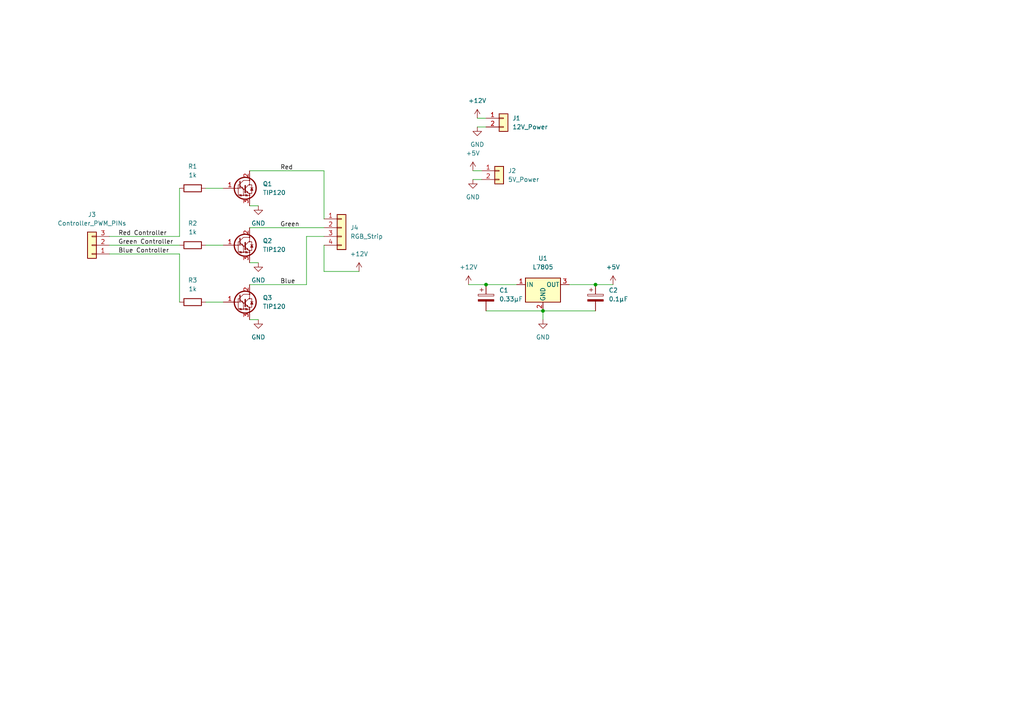
<source format=kicad_sch>
(kicad_sch (version 20211123) (generator eeschema)
  (paper "A4")
  (lib_symbols
    (symbol "Connector_Generic:Conn_01x02" (pin_names (offset 1.016) hide)
      (property "Reference" "J" (at 0 2.54 0))
      (property "Value" "Conn_01x02" (at 0 -5.08 0))
      (symbol "Conn_01x02_1_1"
        (rectangle (start -1.27 -2.413) (end 0 -2.667) (stroke (width 0.1524)))
        (rectangle (start -1.27 0.127) (end 0 -0.127) (stroke (width 0.1524)))
        (rectangle (start -1.27 1.27) (end 1.27 -3.81) (stroke (width 0.254)) (fill (type background)))
        (pin passive line (at -5.08 0 0) (length 3.81) (name "Pin_1") (number "1"))
        (pin passive line (at -5.08 -2.54 0) (length 3.81) (name "Pin_2") (number "2"))
      )
    )
    (symbol "Connector_Generic:Conn_01x03" (pin_names (offset 1.016) hide)
      (property "Reference" "J" (at 0 5.08 0))
      (property "Value" "Conn_01x03" (at 0 -5.08 0))
      (symbol "Conn_01x03_1_1"
        (rectangle (start -1.27 -2.413) (end 0 -2.667) (stroke (width 0.1524)))
        (rectangle (start -1.27 0.127) (end 0 -0.127) (stroke (width 0.1524)))
        (rectangle (start -1.27 2.667) (end 0 2.413) (stroke (width 0.1524)))
        (rectangle (start -1.27 3.81) (end 1.27 -3.81) (stroke (width 0.254)) (fill (type background)))
        (pin passive line (at -5.08 2.54 0) (length 3.81) (name "Pin_1") (number "1"))
        (pin passive line (at -5.08 0 0) (length 3.81) (name "Pin_2") (number "2"))
        (pin passive line (at -5.08 -2.54 0) (length 3.81) (name "Pin_3") (number "3"))
      )
    )
    (symbol "Connector_Generic:Conn_01x04" (pin_names (offset 1.016) hide)
      (property "Reference" "J" (at 0 5.08 0))
      (property "Value" "Conn_01x04" (at 0 -7.62 0))
      (symbol "Conn_01x04_1_1"
        (rectangle (start -1.27 -4.953) (end 0 -5.207) (stroke (width 0.1524)))
        (rectangle (start -1.27 -2.413) (end 0 -2.667) (stroke (width 0.1524)))
        (rectangle (start -1.27 0.127) (end 0 -0.127) (stroke (width 0.1524)))
        (rectangle (start -1.27 2.667) (end 0 2.413) (stroke (width 0.1524)))
        (rectangle (start -1.27 3.81) (end 1.27 -6.35) (stroke (width 0.254)) (fill (type background)))
        (pin passive line (at -5.08 2.54 0) (length 3.81) (name "Pin_1") (number "1"))
        (pin passive line (at -5.08 0 0) (length 3.81) (name "Pin_2") (number "2"))
        (pin passive line (at -5.08 -2.54 0) (length 3.81) (name "Pin_3") (number "3"))
        (pin passive line (at -5.08 -5.08 0) (length 3.81) (name "Pin_4") (number "4"))
      )
    )
    (symbol "Device:C_Polarized" (pin_numbers hide) (pin_names (offset 0.254))
      (property "Reference" "C" (at 0.635 2.54 0))
      (property "Value" "C_Polarized" (at 0.635 -2.54 0))
      (symbol "C_Polarized_0_1"
        (rectangle (start -2.286 0.508) (end 2.286 1.016))
        (polyline (pts (xy -1.778 2.286) (xy -0.762 2.286)))
        (polyline (pts (xy -1.27 2.794) (xy -1.27 1.778)))
        (rectangle (start 2.286 -0.508) (end -2.286 -1.016) (fill (type outline)))
      )
      (symbol "C_Polarized_1_1"
        (pin passive line (at 0 3.81 270) (length 2.794) (name "~") (number "1"))
        (pin passive line (at 0 -3.81 90) (length 2.794) (name "~") (number "2"))
      )
    )
    (symbol "Device:R" (pin_numbers hide) (pin_names (offset 0))
      (property "Reference" "R" (at 2.032 0 90))
      (property "Value" "R" (at 0 0 90))
      (symbol "R_0_1"
        (rectangle (start -1.016 -2.54) (end 1.016 2.54) (stroke (width 0.254)))
      )
      (symbol "R_1_1"
        (pin passive line (at 0 3.81 270) (length 1.27) (name "~") (number "1"))
        (pin passive line (at 0 -3.81 90) (length 1.27) (name "~") (number "2"))
      )
    )
    (symbol "Regulator_Linear:L7805" (pin_names (offset 0.254))
      (property "Reference" "U" (at -3.81 3.175 0))
      (property "Value" "L7805" (at 0 3.175 0))
      (symbol "L7805_0_1"
        (rectangle (start -5.08 1.905) (end 5.08 -5.08) (stroke (width 0.254)) (fill (type background)))
      )
      (symbol "L7805_1_1"
        (pin power_in line (at -7.62 0 0) (length 2.54) (name "IN") (number "1"))
        (pin power_in line (at 0 -7.62 90) (length 2.54) (name "GND") (number "2"))
        (pin power_out line (at 7.62 0 180) (length 2.54) (name "OUT") (number "3"))
      )
    )
    (symbol "Transistor_BJT:TIP120" (pin_names (offset 0) hide)
      (property "Reference" "Q" (at 5.08 1.905 0))
      (property "Value" "TIP120" (at 5.08 0 0))
      (symbol "TIP120_0_1"
        (circle (center -0.762 0) (radius 0.127))
        (polyline (pts (xy -1.27 0) (xy -0.889 0)))
        (polyline (pts (xy 2.54 -2.032) (xy 2.54 -2.54)))
        (polyline (pts (xy 2.54 -1.524) (xy 3.175 -1.524)))
        (polyline (pts (xy 2.794 0.127) (xy 3.556 0.127)))
        (polyline (pts (xy 3.175 -0.635) (xy 3.175 -1.524)))
        (polyline (pts (xy 3.175 1.016) (xy 2.54 1.016)))
        (polyline (pts (xy 3.175 1.016) (xy 3.175 0.127)))
        (polyline (pts (xy -0.254 0.762) (xy 0.762 -0.254) (xy 1.27 -0.254)))
        (polyline (pts (xy -0.254 1.016) (xy -0.762 1.016) (xy -0.762 -2.032)))
        (polyline (pts (xy -0.254 1.27) (xy 0.762 2.286) (xy 2.54 2.286)))
        (polyline (pts (xy -0.254 2.032) (xy -0.254 0) (xy -0.254 0)) (stroke (width 0.3048)))
        (polyline (pts (xy 1.27 0.762) (xy 1.27 -1.27) (xy 1.27 -1.27)) (stroke (width 0.381)))
        (polyline (pts (xy 0.635 -0.127) (xy 0.381 0.381) (xy 0.127 0.127) (xy 0.635 -0.127)))
        (polyline (pts (xy 1.27 -0.508) (xy 2.286 -1.524) (xy 2.54 -1.524) (xy 2.54 -2.032)))
        (polyline (pts (xy 1.27 0) (xy 2.286 1.016) (xy 2.54 1.016) (xy 2.54 2.286)))
        (polyline (pts (xy 2.159 -1.397) (xy 1.905 -0.889) (xy 1.651 -1.143) (xy 2.159 -1.397)))
        (polyline (pts (xy 3.175 0.127) (xy 2.794 -0.635) (xy 3.556 -0.635) (xy 3.175 0.127)) (fill (type outline)))
        (polyline (pts (xy 0.762 -2.032) (xy 0.381 -2.032) (xy 0.254 -2.286) (xy 0.127 -1.778) (xy 0 -2.286) (xy -0.127 -1.778) (xy -0.254 -2.286) (xy -0.381 -1.778) (xy -0.508 -2.032) (xy -0.762 -2.032)))
        (polyline (pts (xy 0.762 -0.254) (xy 0.762 -2.032) (xy 1.143 -2.032) (xy 1.27 -1.778) (xy 1.397 -2.286) (xy 1.524 -1.778) (xy 1.651 -2.286) (xy 1.778 -1.778) (xy 1.905 -2.286) (xy 2.032 -2.032) (xy 2.54 -2.032)))
        (circle (center 0.762 -2.032) (radius 0.127))
        (circle (center 0.762 -0.254) (radius 0.127))
        (circle (center 1.27 0) (radius 3.175) (stroke (width 0.3556)))
        (circle (center 2.54 -2.032) (radius 0.127))
        (circle (center 2.54 -1.524) (radius 0.127))
        (circle (center 2.54 1.016) (radius 0.127))
        (circle (center 2.54 2.286) (radius 0.127))
      )
      (symbol "TIP120_1_1"
        (pin input line (at -5.08 0 0) (length 3.81) (name "B") (number "1"))
        (pin passive line (at 2.54 5.08 270) (length 2.667) (name "C") (number "2"))
        (pin passive line (at 2.54 -5.08 90) (length 2.54) (name "E") (number "3"))
      )
    )
    (symbol "power:+12V" (power) (pin_names (offset 0))
      (property "Value" "+12V" (at 0 3.556 0))
      (symbol "+12V_0_1"
        (polyline (pts (xy -0.762 1.27) (xy 0 2.54)))
        (polyline (pts (xy 0 0) (xy 0 2.54)))
        (polyline (pts (xy 0 2.54) (xy 0.762 1.27)))
      )
      (symbol "+12V_1_1"
        (pin power_in line (at 0 0 90) (length 0) hide (name "+12V") (number "1"))
      )
    )
    (symbol "power:+5V" (power) (pin_names (offset 0))
      (property "Value" "+5V" (at 0 3.556 0))
      (symbol "+5V_0_1"
        (polyline (pts (xy -0.762 1.27) (xy 0 2.54)))
        (polyline (pts (xy 0 0) (xy 0 2.54)))
        (polyline (pts (xy 0 2.54) (xy 0.762 1.27)))
      )
      (symbol "+5V_1_1"
        (pin power_in line (at 0 0 90) (length 0) hide (name "+5V") (number "1"))
      )
    )
    (symbol "power:GND" (power) (pin_names (offset 0))
      (property "Value" "GND" (at 0 -3.81 0))
      (symbol "GND_0_1"
        (polyline (pts (xy 0 0) (xy 0 -1.27) (xy 1.27 -1.27) (xy 0 -2.54) (xy -1.27 -1.27) (xy 0 -1.27)))
      )
      (symbol "GND_1_1"
        (pin power_in line (at 0 0 270) (length 0) hide (name "GND") (number "1"))
      )
    )
  )
  (junction (at 140.97 82.55))
  (junction (at 157.48 90.17))
  (junction (at 172.72 82.55))
  (wire (pts (xy 165.1 82.55) (xy 172.72 82.55)))
  (wire (pts (xy 88.9 68.58) (xy 93.98 68.58)))
  (wire (pts (xy 172.72 82.55) (xy 177.8 82.55)))
  (wire (pts (xy 93.98 71.12) (xy 93.98 78.74)))
  (wire (pts (xy 72.39 59.69) (xy 74.93 59.69)))
  (wire (pts (xy 135.89 82.55) (xy 140.97 82.55)))
  (wire (pts (xy 72.39 82.55) (xy 88.9 82.55)))
  (wire (pts (xy 157.48 90.17) (xy 172.72 90.17)))
  (wire (pts (xy 138.43 34.29) (xy 140.97 34.29)))
  (wire (pts (xy 59.69 87.63) (xy 64.77 87.63)))
  (wire (pts (xy 138.43 36.83) (xy 140.97 36.83)))
  (wire (pts (xy 72.39 49.53) (xy 93.98 49.53)))
  (wire (pts (xy 140.97 90.17) (xy 157.48 90.17)))
  (wire (pts (xy 157.48 90.17) (xy 157.48 92.71)))
  (wire (pts (xy 88.9 82.55) (xy 88.9 68.58)))
  (wire (pts (xy 52.07 68.58) (xy 52.07 54.61)))
  (wire (pts (xy 72.39 76.2) (xy 74.93 76.2)))
  (wire (pts (xy 137.16 52.07) (xy 139.7 52.07)))
  (wire (pts (xy 59.69 71.12) (xy 64.77 71.12)))
  (wire (pts (xy 72.39 92.71) (xy 74.93 92.71)))
  (wire (pts (xy 31.75 68.58) (xy 52.07 68.58)))
  (wire (pts (xy 31.75 71.12) (xy 52.07 71.12)))
  (wire (pts (xy 140.97 82.55) (xy 149.86 82.55)))
  (wire (pts (xy 31.75 73.66) (xy 52.07 73.66)))
  (wire (pts (xy 137.16 49.53) (xy 139.7 49.53)))
  (wire (pts (xy 52.07 73.66) (xy 52.07 87.63)))
  (wire (pts (xy 59.69 54.61) (xy 64.77 54.61)))
  (wire (pts (xy 93.98 78.74) (xy 104.14 78.74)))
  (wire (pts (xy 72.39 66.04) (xy 93.98 66.04)))
  (wire (pts (xy 93.98 49.53) (xy 93.98 63.5)))
  (label "Green Controller" (at 34.29 71.12 0))
  (label "Red" (at 81.28 49.53 0))
  (label "Blue" (at 81.28 82.55 0))
  (label "Blue Controller" (at 34.29 73.66 0))
  (label "Red Controller" (at 34.29 68.58 0))
  (label "Green" (at 81.28 66.04 0))
  (symbol (lib_id "Transistor_BJT:TIP120") (at 69.85 87.63 0) (unit 1)
    (property "Reference" "Q3" (at 76.2 86.3599 0) (effects (justify left)))
    (property "Value" "TIP120" (at 76.2 88.8999 0) (effects (justify left)))
    (property "Footprint" "Package_TO_SOT_THT:TO-220-3_Vertical" (effects hide))
    (property "Datasheet" "https://www.onsemi.com/pub/Collateral/TIP120-D.PDF" (effects hide))
  )
  (symbol (lib_id "Connector_Generic:Conn_01x02") (at 146.05 34.29 0) (unit 1)
    (property "Reference" "J1" (at 148.59 34.2899 0) (effects (justify left)))
    (property "Value" "12V_Power" (at 148.59 36.8299 0) (effects (justify left)))
    (property "Footprint" "Connector_Reichelt:Connector CTB1202_2BK" (effects hide))
    (property "Datasheet" "https://www.farnell.com/datasheets/2866642.pdf" (effects hide))
  )
  (symbol (lib_id "Device:R") (at 55.88 87.63 90) (unit 1)
    (property "Reference" "R3" (at 55.88 81.28 90))
    (property "Value" "1k" (at 55.88 83.82 90))
    (property "Footprint" "Resistor_THT:R_Axial_DIN0207_L6.3mm_D2.5mm_P15.24mm_Horizontal" (effects hide))
  )
  (symbol (lib_id "Transistor_BJT:TIP120") (at 69.85 54.61 0) (unit 1)
    (property "Reference" "Q1" (at 76.2 53.3399 0) (effects (justify left)))
    (property "Value" "TIP120" (at 76.2 55.8799 0) (effects (justify left)))
    (property "Footprint" "Package_TO_SOT_THT:TO-220-3_Vertical" (effects hide))
    (property "Datasheet" "https://www.onsemi.com/pub/Collateral/TIP120-D.PDF" (effects hide))
  )
  (symbol (lib_id "Device:C_Polarized") (at 140.97 86.36 0) (unit 1)
    (property "Reference" "C1" (at 144.78 84.2009 0) (effects (justify left)))
    (property "Value" "0.33µF" (at 144.78 86.7409 0) (effects (justify left)))
    (property "Footprint" "Capacitor_THT:CP_Radial_Tantal_D4.5mm_P5.00mm" (effects hide))
  )
  (symbol (lib_id "power:+5V") (at 177.8 82.55 0) (unit 1)
    (property "Reference" "#PWR0105" (effects hide))
    (property "Value" "+5V" (at 177.8 77.47 0))
  )
  (symbol (lib_id "power:GND") (at 137.16 52.07 0) (unit 1)
    (property "Reference" "#PWR0102" (effects hide))
    (property "Value" "GND" (at 137.16 57.15 0))
  )
  (symbol (lib_id "power:GND") (at 157.48 92.71 0) (unit 1)
    (property "Reference" "#PWR0101" (effects hide))
    (property "Value" "GND" (at 157.48 97.79 0))
  )
  (symbol (lib_id "Transistor_BJT:TIP120") (at 69.85 71.12 0) (unit 1)
    (property "Reference" "Q2" (at 76.2 69.8499 0) (effects (justify left)))
    (property "Value" "TIP120" (at 76.2 72.3899 0) (effects (justify left)))
    (property "Footprint" "Package_TO_SOT_THT:TO-220-3_Vertical" (effects hide))
    (property "Datasheet" "https://www.onsemi.com/pub/Collateral/TIP120-D.PDF" (effects hide))
  )
  (symbol (lib_id "power:+12V") (at 138.43 34.29 0) (unit 1)
    (property "Reference" "#PWR0108" (effects hide))
    (property "Value" "+12V" (at 138.43 29.21 0))
  )
  (symbol (lib_id "power:+5V") (at 137.16 49.53 0) (unit 1)
    (property "Reference" "#PWR0106" (effects hide))
    (property "Value" "+5V" (at 137.16 44.45 0))
  )
  (symbol (lib_id "power:GND") (at 74.93 76.2 0) (unit 1)
    (property "Reference" "#PWR0111" (effects hide))
    (property "Value" "GND" (at 74.93 81.28 0))
  )
  (symbol (lib_id "power:GND") (at 74.93 59.69 0) (unit 1)
    (property "Reference" "#PWR0110" (effects hide))
    (property "Value" "GND" (at 74.93 64.77 0))
  )
  (symbol (lib_id "Connector_Generic:Conn_01x03") (at 26.67 71.12 180) (unit 1)
    (property "Reference" "J3" (at 26.67 62.23 0))
    (property "Value" "Controller_PWM_PINs" (at 26.67 64.77 0))
    (property "Footprint" "Connector_PinHeader_2.54mm:PinHeader_1x03_P2.54mm_Horizontal" (effects hide))
    (property "Datasheet" "https://www.farnell.com/datasheets/2977292.pdf" (effects hide))
  )
  (symbol (lib_id "Connector_Generic:Conn_01x02") (at 144.78 49.53 0) (unit 1)
    (property "Reference" "J2" (at 147.32 49.5299 0) (effects (justify left)))
    (property "Value" "5V_Power" (at 147.32 52.0699 0) (effects (justify left)))
    (property "Footprint" "Connector_PinHeader_2.54mm:PinHeader_1x02_P2.54mm_Horizontal" (effects hide))
    (property "Datasheet" "https://www.farnell.com/datasheets/2977292.pdf" (effects hide))
  )
  (symbol (lib_id "Device:C_Polarized") (at 172.72 86.36 0) (unit 1)
    (property "Reference" "C2" (at 176.53 84.2009 0) (effects (justify left)))
    (property "Value" "0.1µF" (at 176.53 86.7409 0) (effects (justify left)))
    (property "Footprint" "Capacitor_THT:CP_Radial_Tantal_D4.5mm_P5.00mm" (effects hide))
  )
  (symbol (lib_id "Regulator_Linear:L7805") (at 157.48 82.55 0) (unit 1)
    (property "Reference" "U1" (at 157.48 74.93 0))
    (property "Value" "L7805" (at 157.48 77.47 0))
    (property "Footprint" "Package_TO_SOT_SMD:TO-252-3_TabPin2" (effects hide))
    (property "Datasheet" "http://www.st.com/content/ccc/resource/technical/document/datasheet/41/4f/b3/b0/12/d4/47/88/CD00000444.pdf/files/CD00000444.pdf/jcr:content/translations/en.CD00000444.pdf" (effects hide))
  )
  (symbol (lib_id "power:+12V") (at 104.14 78.74 0) (unit 1)
    (property "Reference" "#PWR0104" (effects hide))
    (property "Value" "+12V" (at 104.14 73.66 0))
  )
  (symbol (lib_id "Device:R") (at 55.88 54.61 90) (unit 1)
    (property "Reference" "R1" (at 55.88 48.26 90))
    (property "Value" "1k" (at 55.88 50.8 90))
    (property "Footprint" "Resistor_THT:R_Axial_DIN0207_L6.3mm_D2.5mm_P15.24mm_Horizontal" (effects hide))
  )
  (symbol (lib_id "power:GND") (at 138.43 36.83 0) (unit 1)
    (property "Reference" "#PWR0107" (effects hide))
    (property "Value" "GND" (at 138.43 41.91 0))
  )
  (symbol (lib_id "power:GND") (at 74.93 92.71 0) (unit 1)
    (property "Reference" "#PWR0109" (effects hide))
    (property "Value" "GND" (at 74.93 97.79 0))
  )
  (symbol (lib_id "Connector_Generic:Conn_01x04") (at 99.06 66.04 0) (unit 1)
    (property "Reference" "J4" (at 101.6 66.0399 0) (effects (justify left)))
    (property "Value" "RGB_Strip" (at 101.6 68.5799 0) (effects (justify left)))
    (property "Footprint" "Connector_Reichelt:Connector CTB1202_4BK" (effects hide))
    (property "Datasheet" "https://www.farnell.com/datasheets/2866642.pdf" (effects hide))
  )
  (symbol (lib_id "Device:R") (at 55.88 71.12 90) (unit 1)
    (property "Reference" "R2" (at 55.88 64.77 90))
    (property "Value" "1k" (at 55.88 67.31 90))
    (property "Footprint" "Resistor_THT:R_Axial_DIN0207_L6.3mm_D2.5mm_P15.24mm_Horizontal" (effects hide))
  )
  (symbol (lib_id "power:+12V") (at 135.89 82.55 0) (unit 1)
    (property "Reference" "#PWR0103" (effects hide))
    (property "Value" "+12V" (at 135.89 77.47 0))
  )
)
</source>
